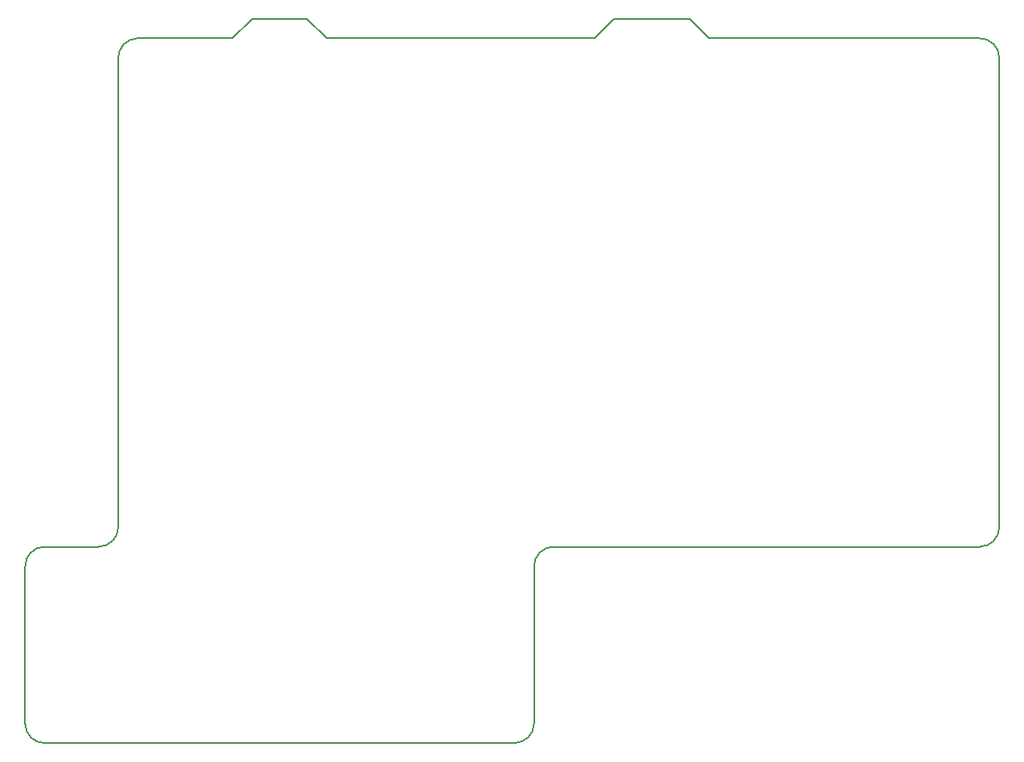
<source format=gm1>
G04 #@! TF.FileFunction,Profile,NP*
%FSLAX46Y46*%
G04 Gerber Fmt 4.6, Leading zero omitted, Abs format (unit mm)*
G04 Created by KiCad (PCBNEW 4.0.7) date 06/12/18 21:15:04*
%MOMM*%
%LPD*%
G01*
G04 APERTURE LIST*
%ADD10C,0.100000*%
%ADD11C,0.150000*%
G04 APERTURE END LIST*
D10*
D11*
X113290000Y-43150000D02*
X105570000Y-43150000D01*
X103570000Y-45150000D02*
X76150000Y-45150000D01*
X105570000Y-43150000D02*
X103570000Y-45150000D01*
X115290000Y-45150000D02*
X113290000Y-43150000D01*
X142970000Y-45150000D02*
X115290000Y-45150000D01*
X66550000Y-45150000D02*
X56810000Y-45150000D01*
X74150000Y-43150000D02*
X76150000Y-45150000D01*
X68550000Y-43150000D02*
X66550000Y-45150000D01*
X74150000Y-43150000D02*
X68550000Y-43150000D01*
X97380000Y-99280000D02*
X97380000Y-115320000D01*
X95390000Y-117360000D02*
X47330000Y-117360000D01*
X45290000Y-99280000D02*
X45290000Y-115370000D01*
X45290000Y-115370000D02*
G75*
G03X47320000Y-117360000I2010000J20000D01*
G01*
X95390000Y-117350000D02*
G75*
G03X97380000Y-115320000I-20000J2010000D01*
G01*
X143020000Y-97240000D02*
X99370000Y-97240000D01*
X145010000Y-47140000D02*
X145010000Y-95200000D01*
X54820000Y-95200000D02*
X54820000Y-47190000D01*
X47280000Y-97240000D02*
X52830000Y-97240000D01*
X52830000Y-97240000D02*
G75*
G03X54820000Y-95210000I-20000J2010000D01*
G01*
X143020000Y-97240000D02*
G75*
G03X145010000Y-95210000I-20000J2010000D01*
G01*
X145010000Y-47140000D02*
G75*
G03X142980000Y-45150000I-2010000J-20000D01*
G01*
X99370000Y-97240000D02*
G75*
G03X97380000Y-99270000I20000J-2010000D01*
G01*
X56810000Y-45150000D02*
G75*
G03X54820000Y-47180000I20000J-2010000D01*
G01*
X47280000Y-97240000D02*
G75*
G03X45290000Y-99270000I20000J-2010000D01*
G01*
M02*

</source>
